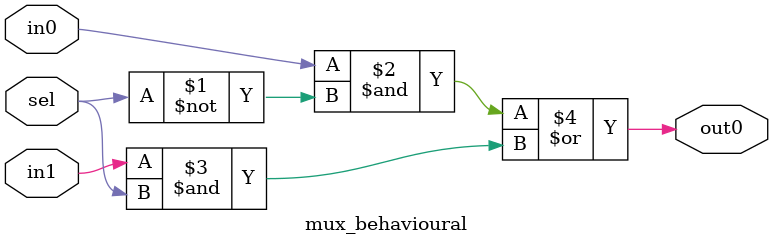
<source format=v>
`timescale 1ns / 1ps

module mux_behavioural(
    output out0,
    input in0,
    input in1,
    input sel
    );

assign out0 = (in0 & (~sel)) | (in1 & sel);

endmodule

</source>
